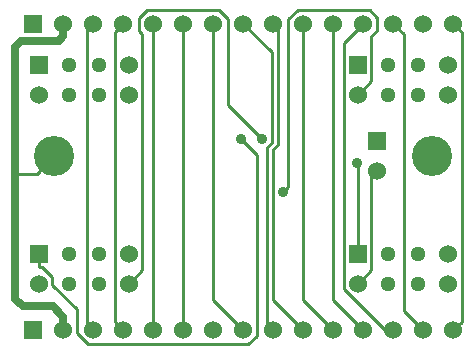
<source format=gbl>
G04 (created by PCBNEW (2013-jul-07)-stable) date Tue 07 Apr 2015 07:13:19 PM PDT*
%MOIN*%
G04 Gerber Fmt 3.4, Leading zero omitted, Abs format*
%FSLAX34Y34*%
G01*
G70*
G90*
G04 APERTURE LIST*
%ADD10C,0.00590551*%
%ADD11R,0.06X0.06*%
%ADD12C,0.06*%
%ADD13C,0.1339*%
%ADD14C,0.051*%
%ADD15C,0.035*%
%ADD16C,0.01*%
%ADD17C,0.025*%
G04 APERTURE END LIST*
G54D10*
G54D11*
X20559Y-33346D03*
G54D12*
X21559Y-33346D03*
X22559Y-33346D03*
X23559Y-33346D03*
X24559Y-33346D03*
X25559Y-33346D03*
X26559Y-33346D03*
X27559Y-33346D03*
X28559Y-33346D03*
X29559Y-33346D03*
X30559Y-33346D03*
X31559Y-33346D03*
X32559Y-33346D03*
X33559Y-33346D03*
X34559Y-33346D03*
G54D11*
X20559Y-23129D03*
G54D12*
X21559Y-23129D03*
X22559Y-23129D03*
X23559Y-23129D03*
X24559Y-23129D03*
X25559Y-23129D03*
X26559Y-23129D03*
X27559Y-23129D03*
X28559Y-23129D03*
X29559Y-23129D03*
X30559Y-23129D03*
X31559Y-23129D03*
X32559Y-23129D03*
X33559Y-23129D03*
X34559Y-23129D03*
G54D11*
X32007Y-27059D03*
G54D12*
X32007Y-28059D03*
G54D13*
X21259Y-27559D03*
X33858Y-27559D03*
G54D11*
X31374Y-30799D03*
G54D12*
X34374Y-30799D03*
X31374Y-31799D03*
X34374Y-31799D03*
G54D14*
X32374Y-30799D03*
X33374Y-30799D03*
X33374Y-31799D03*
X32374Y-31799D03*
G54D11*
X31374Y-24500D03*
G54D12*
X34374Y-24500D03*
X31374Y-25500D03*
X34374Y-25500D03*
G54D14*
X32374Y-24500D03*
X33374Y-24500D03*
X33374Y-25500D03*
X32374Y-25500D03*
G54D11*
X20744Y-30799D03*
G54D12*
X23744Y-30799D03*
X20744Y-31799D03*
X23744Y-31799D03*
G54D14*
X21744Y-30799D03*
X22744Y-30799D03*
X22744Y-31799D03*
X21744Y-31799D03*
G54D11*
X20744Y-24500D03*
G54D12*
X23744Y-24500D03*
X20744Y-25500D03*
X23744Y-25500D03*
G54D14*
X21744Y-24500D03*
X22744Y-24500D03*
X22744Y-25500D03*
X21744Y-25500D03*
G54D15*
X28889Y-28745D03*
X27470Y-26971D03*
X28173Y-26971D03*
X31338Y-27784D03*
G54D16*
X26559Y-32346D02*
X26559Y-23129D01*
X27559Y-33346D02*
X26559Y-32346D01*
X28499Y-24069D02*
X27559Y-23129D01*
X28499Y-27106D02*
X28499Y-24069D01*
X28364Y-27240D02*
X28499Y-27106D01*
X28364Y-33151D02*
X28364Y-27240D01*
X28559Y-33346D02*
X28364Y-33151D01*
X28699Y-23270D02*
X28559Y-23129D01*
X28699Y-27188D02*
X28699Y-23270D01*
X28564Y-27323D02*
X28699Y-27188D01*
X28564Y-32351D02*
X28564Y-27323D01*
X29559Y-33346D02*
X28564Y-32351D01*
X29559Y-32346D02*
X29559Y-23129D01*
X30559Y-33346D02*
X29559Y-32346D01*
X30559Y-32346D02*
X31559Y-33346D01*
X30559Y-23129D02*
X30559Y-32346D01*
X32284Y-33346D02*
X32559Y-33346D01*
X30919Y-31981D02*
X32284Y-33346D01*
X30919Y-23769D02*
X30919Y-31981D01*
X31559Y-23129D02*
X30919Y-23769D01*
X32921Y-32709D02*
X33559Y-33346D01*
X32921Y-23492D02*
X32921Y-32709D01*
X32559Y-23129D02*
X32921Y-23492D01*
X25559Y-33346D02*
X25559Y-23129D01*
X24559Y-33346D02*
X24559Y-23129D01*
X23277Y-23411D02*
X23559Y-23129D01*
X23277Y-33064D02*
X23277Y-23411D01*
X23559Y-33346D02*
X23277Y-33064D01*
X29059Y-28576D02*
X28889Y-28745D01*
X29059Y-22981D02*
X29059Y-28576D01*
X29365Y-22675D02*
X29059Y-22981D01*
X31770Y-22675D02*
X29365Y-22675D01*
X32029Y-22935D02*
X31770Y-22675D01*
X32029Y-23359D02*
X32029Y-22935D01*
X31825Y-23563D02*
X32029Y-23359D01*
X31825Y-25048D02*
X31825Y-23563D01*
X31374Y-25500D02*
X31825Y-25048D01*
X28012Y-27513D02*
X27470Y-26971D01*
X28012Y-33529D02*
X28012Y-27513D01*
X27729Y-33812D02*
X28012Y-33529D01*
X22372Y-33812D02*
X27729Y-33812D01*
X22009Y-33448D02*
X22372Y-33812D01*
X22009Y-32651D02*
X22009Y-33448D01*
X21194Y-31836D02*
X22009Y-32651D01*
X21194Y-31586D02*
X21194Y-31836D01*
X20856Y-31249D02*
X21194Y-31586D01*
X20744Y-31249D02*
X20856Y-31249D01*
X20744Y-30799D02*
X20744Y-31249D01*
X34840Y-33064D02*
X34559Y-33346D01*
X34840Y-23411D02*
X34840Y-33064D01*
X34559Y-23129D02*
X34840Y-23411D01*
X27059Y-25856D02*
X28173Y-26971D01*
X27059Y-22971D02*
X27059Y-25856D01*
X26757Y-22670D02*
X27059Y-22971D01*
X24353Y-22670D02*
X26757Y-22670D01*
X24092Y-22930D02*
X24353Y-22670D01*
X24092Y-23363D02*
X24092Y-22930D01*
X24194Y-23465D02*
X24092Y-23363D01*
X24194Y-31349D02*
X24194Y-23465D01*
X23744Y-31799D02*
X24194Y-31349D01*
X31374Y-27819D02*
X31338Y-27784D01*
X31374Y-30799D02*
X31374Y-27819D01*
X22338Y-33126D02*
X22559Y-33346D01*
X22338Y-23350D02*
X22338Y-33126D01*
X22559Y-23129D02*
X22338Y-23350D01*
X31825Y-31347D02*
X31374Y-31799D01*
X31825Y-28241D02*
X31825Y-31347D01*
X32007Y-28059D02*
X31825Y-28241D01*
G54D17*
X19950Y-23900D02*
X19950Y-28149D01*
X20150Y-23700D02*
X19950Y-23900D01*
X21400Y-23700D02*
X20150Y-23700D01*
X21559Y-23540D02*
X21400Y-23700D01*
X21559Y-23129D02*
X21559Y-23540D01*
X21559Y-32909D02*
X21559Y-33346D01*
X21200Y-32550D02*
X21559Y-32909D01*
X20200Y-32550D02*
X21200Y-32550D01*
X19950Y-32300D02*
X20200Y-32550D01*
X19950Y-28149D02*
X19950Y-32300D01*
G54D16*
X20669Y-28149D02*
X21259Y-27559D01*
X19950Y-28149D02*
X20669Y-28149D01*
M02*

</source>
